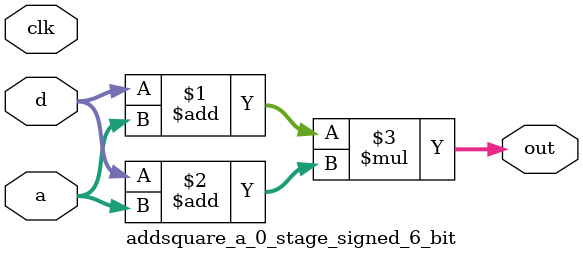
<source format=sv>
(* use_dsp = "yes" *) module addsquare_a_0_stage_signed_6_bit(
	input signed [5:0] a,
	input signed [5:0] d,
	output [5:0] out,
	input clk);

	assign out = (d + a) * (d + a);
endmodule

</source>
